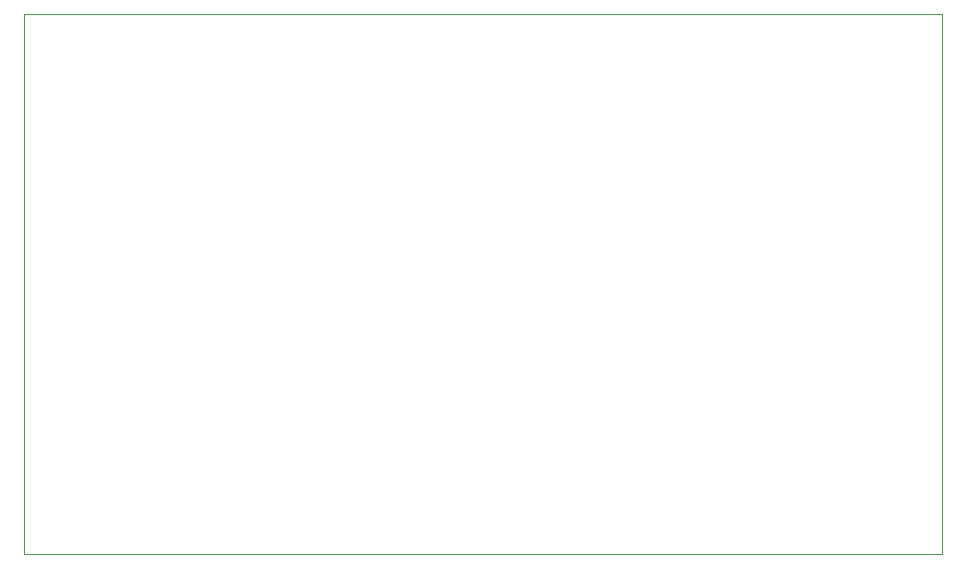
<source format=gm1>
G04 #@! TF.GenerationSoftware,KiCad,Pcbnew,(5.1.9)-1*
G04 #@! TF.CreationDate,2021-06-09T23:14:14+02:00*
G04 #@! TF.ProjectId,decoder,6465636f-6465-4722-9e6b-696361645f70,rev?*
G04 #@! TF.SameCoordinates,Original*
G04 #@! TF.FileFunction,Profile,NP*
%FSLAX46Y46*%
G04 Gerber Fmt 4.6, Leading zero omitted, Abs format (unit mm)*
G04 Created by KiCad (PCBNEW (5.1.9)-1) date 2021-06-09 23:14:14*
%MOMM*%
%LPD*%
G01*
G04 APERTURE LIST*
G04 #@! TA.AperFunction,Profile*
%ADD10C,0.100000*%
G04 #@! TD*
G04 APERTURE END LIST*
D10*
X170942000Y-67945000D02*
X170942000Y-113665000D01*
X148336000Y-67945000D02*
X170942000Y-67945000D01*
X93218000Y-67945000D02*
X148336000Y-67945000D01*
X93218000Y-113665000D02*
X93218000Y-67945000D01*
X148336000Y-113665000D02*
X93218000Y-113665000D01*
X170942000Y-113665000D02*
X148336000Y-113665000D01*
M02*

</source>
